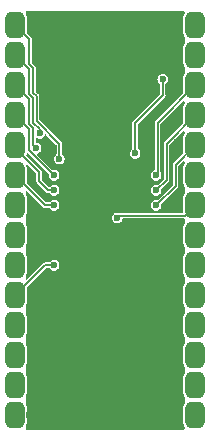
<source format=gbl>
G04 #@! TF.GenerationSoftware,KiCad,Pcbnew,7.0.1-0*
G04 #@! TF.CreationDate,2023-12-28T18:54:55-05:00*
G04 #@! TF.ProjectId,GW28R8128,47573238-5238-4313-9238-2e6b69636164,rev?*
G04 #@! TF.SameCoordinates,Original*
G04 #@! TF.FileFunction,Copper,L2,Bot*
G04 #@! TF.FilePolarity,Positive*
%FSLAX46Y46*%
G04 Gerber Fmt 4.6, Leading zero omitted, Abs format (unit mm)*
G04 Created by KiCad (PCBNEW 7.0.1-0) date 2023-12-28 18:54:55*
%MOMM*%
%LPD*%
G01*
G04 APERTURE LIST*
G04 Aperture macros list*
%AMRoundRect*
0 Rectangle with rounded corners*
0 $1 Rounding radius*
0 $2 $3 $4 $5 $6 $7 $8 $9 X,Y pos of 4 corners*
0 Add a 4 corners polygon primitive as box body*
4,1,4,$2,$3,$4,$5,$6,$7,$8,$9,$2,$3,0*
0 Add four circle primitives for the rounded corners*
1,1,$1+$1,$2,$3*
1,1,$1+$1,$4,$5*
1,1,$1+$1,$6,$7*
1,1,$1+$1,$8,$9*
0 Add four rect primitives between the rounded corners*
20,1,$1+$1,$2,$3,$4,$5,0*
20,1,$1+$1,$4,$5,$6,$7,0*
20,1,$1+$1,$6,$7,$8,$9,0*
20,1,$1+$1,$8,$9,$2,$3,0*%
G04 Aperture macros list end*
G04 #@! TA.AperFunction,ComponentPad*
%ADD10RoundRect,0.595000X-0.255000X-0.545000X0.255000X-0.545000X0.255000X0.545000X-0.255000X0.545000X0*%
G04 #@! TD*
G04 #@! TA.AperFunction,ViaPad*
%ADD11C,0.600000*%
G04 #@! TD*
G04 #@! TA.AperFunction,ViaPad*
%ADD12C,0.800000*%
G04 #@! TD*
G04 #@! TA.AperFunction,ViaPad*
%ADD13C,1.000000*%
G04 #@! TD*
G04 #@! TA.AperFunction,Conductor*
%ADD14C,0.152400*%
G04 #@! TD*
G04 #@! TA.AperFunction,Conductor*
%ADD15C,0.150000*%
G04 #@! TD*
G04 APERTURE END LIST*
D10*
X40640000Y-20320000D03*
X40640000Y-22860000D03*
X40640000Y-25400000D03*
X40640000Y-27940000D03*
X40640000Y-30480000D03*
X40640000Y-33020000D03*
X40640000Y-35560000D03*
X40640000Y-38100000D03*
X40640000Y-40640000D03*
X40640000Y-43180000D03*
X40640000Y-45720000D03*
X40640000Y-48260000D03*
X40640000Y-50800000D03*
X40640000Y-53340000D03*
X55880000Y-53340000D03*
X55880000Y-50800000D03*
X55880000Y-48260000D03*
X55880000Y-45720000D03*
X55880000Y-43180000D03*
X55880000Y-40640000D03*
X55880000Y-38100000D03*
X55880000Y-35560000D03*
X55880000Y-33020000D03*
X55880000Y-30480000D03*
X55880000Y-27940000D03*
X55880000Y-25400000D03*
X55880000Y-22860000D03*
X55880000Y-20320000D03*
D11*
X53975000Y-50165000D03*
X53975000Y-46355000D03*
X51435000Y-40640000D03*
X42291000Y-53340000D03*
X46990000Y-44958000D03*
X54356000Y-30226000D03*
X54356000Y-26098500D03*
X45974000Y-36258500D03*
X52070000Y-31242000D03*
D12*
X53149500Y-27178000D03*
D13*
X51870000Y-22020000D03*
X53213000Y-23177500D03*
D11*
X54356000Y-28194000D03*
X52070000Y-26105500D03*
X46101000Y-50038000D03*
D13*
X43878500Y-28448000D03*
D11*
X48260000Y-31242000D03*
X46990000Y-42418000D03*
X52070000Y-28702000D03*
D13*
X43878500Y-24638000D03*
D11*
X43942000Y-35560000D03*
X52578000Y-34290000D03*
X42418000Y-30734000D03*
X43942000Y-33020000D03*
X43942000Y-34290000D03*
X43942000Y-40640000D03*
X52578000Y-35560000D03*
X42735500Y-29464000D03*
X52578000Y-33020000D03*
X44386500Y-31623000D03*
X49276000Y-36639500D03*
X53149500Y-24892000D03*
X50800000Y-31178500D03*
D14*
X43180000Y-35560000D02*
X43942000Y-35560000D01*
X40640000Y-33020000D02*
X43180000Y-35560000D01*
X53467000Y-33401000D02*
X53467000Y-30353000D01*
X52578000Y-34290000D02*
X53467000Y-33401000D01*
X53467000Y-30353000D02*
X55880000Y-27940000D01*
D15*
X41846500Y-28702000D02*
X41846500Y-26606500D01*
X42418000Y-30734000D02*
X42164000Y-30480000D01*
X42164000Y-30480000D02*
X42164000Y-29019500D01*
X42164000Y-29019500D02*
X41846500Y-28702000D01*
X41846500Y-26606500D02*
X40640000Y-25400000D01*
D14*
X41846500Y-30924500D02*
X43942000Y-33020000D01*
X40640000Y-27940000D02*
X41846500Y-29146500D01*
X41846500Y-29146500D02*
X41846500Y-30924500D01*
X42672000Y-32766000D02*
X42672000Y-33528000D01*
X42672000Y-33528000D02*
X43434000Y-34290000D01*
X43434000Y-34290000D02*
X43942000Y-34290000D01*
X40640000Y-30480000D02*
X40640000Y-30734000D01*
X40640000Y-30734000D02*
X42672000Y-32766000D01*
X43942000Y-40640000D02*
X43180000Y-40640000D01*
X43180000Y-40640000D02*
X40640000Y-43180000D01*
X52578000Y-35560000D02*
X54229000Y-33909000D01*
X54229000Y-33909000D02*
X54229000Y-32131000D01*
X54229000Y-32131000D02*
X55880000Y-30480000D01*
D15*
X42735500Y-29464000D02*
X42735500Y-29146500D01*
X42735500Y-29146500D02*
X42164000Y-28575000D01*
X42164000Y-28575000D02*
X42164000Y-26479500D01*
X41846500Y-24066500D02*
X40640000Y-22860000D01*
X41846500Y-26162000D02*
X41846500Y-24066500D01*
X42164000Y-26479500D02*
X41846500Y-26162000D01*
D14*
X52705000Y-32893000D02*
X52705000Y-28575000D01*
X52578000Y-33020000D02*
X52705000Y-32893000D01*
X52705000Y-28575000D02*
X55880000Y-25400000D01*
D15*
X41846500Y-21526500D02*
X41846500Y-23622000D01*
X42481500Y-26352500D02*
X42481500Y-28448000D01*
X42164000Y-23939500D02*
X42164000Y-26035000D01*
X40640000Y-20320000D02*
X41846500Y-21526500D01*
X42164000Y-26035000D02*
X42481500Y-26352500D01*
X44386500Y-30353000D02*
X44386500Y-31623000D01*
X42481500Y-28448000D02*
X44386500Y-30353000D01*
X41846500Y-23622000D02*
X42164000Y-23939500D01*
D14*
X49466500Y-36449000D02*
X54991000Y-36449000D01*
X54991000Y-36449000D02*
X55880000Y-35560000D01*
X49276000Y-36639500D02*
X49466500Y-36449000D01*
D15*
X50800000Y-31178500D02*
X50800000Y-28606750D01*
X50800000Y-28606750D02*
X53149500Y-26257250D01*
X53149500Y-26257250D02*
X53149500Y-24892000D01*
G04 #@! TA.AperFunction,Conductor*
G36*
X54953400Y-19111375D02*
G01*
X54980925Y-19138900D01*
X54991000Y-19176500D01*
X54991000Y-19356910D01*
X54979804Y-19396388D01*
X54942558Y-19456771D01*
X54887565Y-19622730D01*
X54877100Y-19725171D01*
X54877100Y-20914829D01*
X54887565Y-21017269D01*
X54942558Y-21183228D01*
X54979804Y-21243612D01*
X54991000Y-21283090D01*
X54991000Y-21896910D01*
X54979804Y-21936388D01*
X54942558Y-21996771D01*
X54887565Y-22162730D01*
X54877100Y-22265171D01*
X54877100Y-23454829D01*
X54887565Y-23557269D01*
X54942558Y-23723228D01*
X54979804Y-23783612D01*
X54991000Y-23823090D01*
X54991000Y-24436910D01*
X54979804Y-24476388D01*
X54942558Y-24536771D01*
X54887565Y-24702730D01*
X54877100Y-24805171D01*
X54877100Y-25994830D01*
X54881261Y-26035562D01*
X54877300Y-26068409D01*
X54859624Y-26096377D01*
X52548631Y-28407370D01*
X52545778Y-28410079D01*
X52515514Y-28437330D01*
X52505447Y-28459938D01*
X52499821Y-28470299D01*
X52486338Y-28491064D01*
X52484986Y-28499597D01*
X52479414Y-28518409D01*
X52475900Y-28526303D01*
X52475900Y-28551054D01*
X52474974Y-28562819D01*
X52471102Y-28587257D01*
X52473338Y-28595599D01*
X52475900Y-28615062D01*
X52475900Y-32521665D01*
X52460901Y-32566730D01*
X52421887Y-32593819D01*
X52387921Y-32603792D01*
X52278365Y-32674199D01*
X52193078Y-32772626D01*
X52138977Y-32891089D01*
X52120443Y-33020000D01*
X52138977Y-33148910D01*
X52193078Y-33267373D01*
X52193079Y-33267374D01*
X52278364Y-33365799D01*
X52387924Y-33436208D01*
X52512883Y-33472900D01*
X52643116Y-33472900D01*
X52643117Y-33472900D01*
X52768076Y-33436208D01*
X52877636Y-33365799D01*
X52962921Y-33267374D01*
X53017023Y-33148909D01*
X53035557Y-33020000D01*
X53017023Y-32891091D01*
X53017022Y-32891088D01*
X52962922Y-32772626D01*
X52952468Y-32760562D01*
X52938841Y-32737596D01*
X52934100Y-32711316D01*
X52934100Y-28701044D01*
X52939824Y-28672266D01*
X52956126Y-28647870D01*
X54862626Y-26741371D01*
X54901129Y-26720790D01*
X54944578Y-26725069D01*
X54978327Y-26752766D01*
X54991000Y-26794545D01*
X54991000Y-26976910D01*
X54979804Y-27016388D01*
X54942558Y-27076771D01*
X54887565Y-27242730D01*
X54877100Y-27345171D01*
X54877100Y-28534830D01*
X54881261Y-28575562D01*
X54877300Y-28608409D01*
X54859624Y-28636377D01*
X53310631Y-30185370D01*
X53307778Y-30188079D01*
X53277514Y-30215330D01*
X53267447Y-30237938D01*
X53261821Y-30248299D01*
X53248338Y-30269064D01*
X53246986Y-30277597D01*
X53241414Y-30296409D01*
X53237900Y-30304303D01*
X53237900Y-30329054D01*
X53236974Y-30340819D01*
X53233102Y-30365257D01*
X53235338Y-30373599D01*
X53237900Y-30393062D01*
X53237900Y-33274955D01*
X53232176Y-33303733D01*
X53215874Y-33328130D01*
X52723973Y-33820028D01*
X52689397Y-33839717D01*
X52649615Y-33839007D01*
X52643120Y-33837100D01*
X52643117Y-33837100D01*
X52512883Y-33837100D01*
X52476192Y-33847873D01*
X52387925Y-33873791D01*
X52352214Y-33896741D01*
X52278364Y-33944201D01*
X52278363Y-33944201D01*
X52278363Y-33944202D01*
X52193078Y-34042626D01*
X52138977Y-34161089D01*
X52120443Y-34290000D01*
X52138977Y-34418910D01*
X52193078Y-34537373D01*
X52193079Y-34537374D01*
X52278364Y-34635799D01*
X52387924Y-34706208D01*
X52512883Y-34742900D01*
X52643116Y-34742900D01*
X52643117Y-34742900D01*
X52768076Y-34706208D01*
X52877636Y-34635799D01*
X52962921Y-34537374D01*
X53017023Y-34418909D01*
X53035557Y-34290000D01*
X53024124Y-34210482D01*
X53027207Y-34176036D01*
X53045383Y-34146612D01*
X53623383Y-33568612D01*
X53626199Y-33565939D01*
X53656486Y-33538670D01*
X53666550Y-33516063D01*
X53672175Y-33505702D01*
X53685662Y-33484936D01*
X53687013Y-33476400D01*
X53692589Y-33457580D01*
X53696100Y-33449697D01*
X53696100Y-33424947D01*
X53697026Y-33413183D01*
X53700897Y-33388741D01*
X53698662Y-33380399D01*
X53696100Y-33360936D01*
X53696100Y-30479044D01*
X53701824Y-30450266D01*
X53718126Y-30425870D01*
X54862626Y-29281370D01*
X54901129Y-29260789D01*
X54944578Y-29265068D01*
X54978327Y-29292765D01*
X54991000Y-29334544D01*
X54991000Y-29516910D01*
X54979804Y-29556388D01*
X54942558Y-29616771D01*
X54887565Y-29782730D01*
X54887564Y-29782732D01*
X54887565Y-29782732D01*
X54880360Y-29853262D01*
X54877100Y-29885171D01*
X54877100Y-31074830D01*
X54881261Y-31115562D01*
X54877300Y-31148409D01*
X54859624Y-31176377D01*
X54072631Y-31963370D01*
X54069778Y-31966079D01*
X54039514Y-31993330D01*
X54029447Y-32015938D01*
X54023821Y-32026299D01*
X54010338Y-32047064D01*
X54008986Y-32055597D01*
X54003414Y-32074409D01*
X53999900Y-32082303D01*
X53999900Y-32107054D01*
X53998974Y-32118819D01*
X53995102Y-32143257D01*
X53997338Y-32151599D01*
X53999900Y-32171062D01*
X53999900Y-33782956D01*
X53994176Y-33811734D01*
X53977874Y-33836130D01*
X52723974Y-35090027D01*
X52689399Y-35109717D01*
X52649617Y-35109008D01*
X52643118Y-35107100D01*
X52643117Y-35107100D01*
X52512883Y-35107100D01*
X52476191Y-35117873D01*
X52387925Y-35143791D01*
X52333144Y-35178996D01*
X52278364Y-35214201D01*
X52278363Y-35214201D01*
X52278363Y-35214202D01*
X52193078Y-35312626D01*
X52138977Y-35431089D01*
X52120443Y-35560000D01*
X52138977Y-35688910D01*
X52193078Y-35807373D01*
X52193079Y-35807374D01*
X52278364Y-35905799D01*
X52387924Y-35976208D01*
X52512883Y-36012900D01*
X52643116Y-36012900D01*
X52643117Y-36012900D01*
X52768076Y-35976208D01*
X52877636Y-35905799D01*
X52962921Y-35807374D01*
X53017023Y-35688909D01*
X53035557Y-35560000D01*
X53024124Y-35480481D01*
X53027207Y-35446035D01*
X53045383Y-35416611D01*
X54385373Y-34076621D01*
X54388189Y-34073948D01*
X54418486Y-34046670D01*
X54428554Y-34024056D01*
X54434183Y-34013691D01*
X54436319Y-34010402D01*
X54447662Y-33992936D01*
X54449013Y-33984400D01*
X54454589Y-33965580D01*
X54458100Y-33957697D01*
X54458100Y-33932947D01*
X54459026Y-33921183D01*
X54462897Y-33896741D01*
X54460662Y-33888399D01*
X54458100Y-33868936D01*
X54458100Y-32257044D01*
X54463824Y-32228266D01*
X54480126Y-32203870D01*
X54862626Y-31821370D01*
X54901129Y-31800789D01*
X54944578Y-31805068D01*
X54978327Y-31832765D01*
X54991000Y-31874544D01*
X54991000Y-32056910D01*
X54979804Y-32096386D01*
X54966272Y-32118326D01*
X54942558Y-32156771D01*
X54887565Y-32322730D01*
X54877100Y-32425171D01*
X54877100Y-33614829D01*
X54887565Y-33717269D01*
X54919653Y-33814104D01*
X54942558Y-33883228D01*
X54973225Y-33932947D01*
X54979804Y-33943612D01*
X54991000Y-33983090D01*
X54991000Y-34596910D01*
X54979804Y-34636388D01*
X54942558Y-34696771D01*
X54887565Y-34862730D01*
X54877100Y-34965171D01*
X54877101Y-36144700D01*
X54867026Y-36182300D01*
X54839501Y-36209825D01*
X54801901Y-36219900D01*
X49474470Y-36219900D01*
X49470534Y-36219797D01*
X49465788Y-36219548D01*
X49459415Y-36219214D01*
X49442167Y-36216271D01*
X49341117Y-36186600D01*
X49210883Y-36186600D01*
X49174191Y-36197373D01*
X49085925Y-36223291D01*
X49033056Y-36257268D01*
X48976364Y-36293701D01*
X48976363Y-36293701D01*
X48976363Y-36293702D01*
X48891078Y-36392126D01*
X48836977Y-36510589D01*
X48818443Y-36639499D01*
X48836977Y-36768410D01*
X48891078Y-36886873D01*
X48891079Y-36886874D01*
X48976364Y-36985299D01*
X49085924Y-37055708D01*
X49210883Y-37092400D01*
X49341116Y-37092400D01*
X49341117Y-37092400D01*
X49466076Y-37055708D01*
X49575636Y-36985299D01*
X49660921Y-36886874D01*
X49715023Y-36768409D01*
X49718734Y-36742596D01*
X49731913Y-36709679D01*
X49758710Y-36686460D01*
X49793169Y-36678100D01*
X54915800Y-36678100D01*
X54953400Y-36688175D01*
X54980925Y-36715700D01*
X54991000Y-36753300D01*
X54991000Y-37136910D01*
X54979804Y-37176388D01*
X54942558Y-37236771D01*
X54887565Y-37402730D01*
X54877100Y-37505171D01*
X54877100Y-38694829D01*
X54887565Y-38797269D01*
X54942558Y-38963228D01*
X54979804Y-39023612D01*
X54991000Y-39063090D01*
X54991000Y-39676910D01*
X54979804Y-39716388D01*
X54942558Y-39776771D01*
X54887565Y-39942730D01*
X54877100Y-40045171D01*
X54877100Y-41234829D01*
X54887565Y-41337269D01*
X54942558Y-41503228D01*
X54979804Y-41563612D01*
X54991000Y-41603090D01*
X54991000Y-42216910D01*
X54979804Y-42256388D01*
X54942558Y-42316771D01*
X54887565Y-42482730D01*
X54877100Y-42585171D01*
X54877100Y-43774829D01*
X54887565Y-43877269D01*
X54942558Y-44043228D01*
X54979804Y-44103612D01*
X54991000Y-44143090D01*
X54991000Y-44756910D01*
X54979804Y-44796388D01*
X54942558Y-44856771D01*
X54887565Y-45022730D01*
X54877100Y-45125171D01*
X54877100Y-46314829D01*
X54887565Y-46417269D01*
X54942558Y-46583228D01*
X54979804Y-46643612D01*
X54991000Y-46683090D01*
X54991000Y-47296910D01*
X54979804Y-47336388D01*
X54942558Y-47396771D01*
X54887565Y-47562730D01*
X54877100Y-47665171D01*
X54877100Y-48854829D01*
X54887565Y-48957269D01*
X54942558Y-49123228D01*
X54979804Y-49183612D01*
X54991000Y-49223090D01*
X54991000Y-49836910D01*
X54979804Y-49876388D01*
X54942558Y-49936771D01*
X54887565Y-50102730D01*
X54877100Y-50205171D01*
X54877100Y-51394829D01*
X54887565Y-51497269D01*
X54942558Y-51663228D01*
X54979804Y-51723612D01*
X54991000Y-51763090D01*
X54991000Y-52376910D01*
X54979804Y-52416386D01*
X54965521Y-52439542D01*
X54942558Y-52476771D01*
X54887565Y-52642730D01*
X54877100Y-52745171D01*
X54877100Y-53934829D01*
X54887555Y-54037167D01*
X54887565Y-54037268D01*
X54942558Y-54203228D01*
X54979216Y-54262660D01*
X54979804Y-54263612D01*
X54991000Y-54303090D01*
X54991000Y-54483500D01*
X54980925Y-54521100D01*
X54953400Y-54548625D01*
X54915800Y-54558700D01*
X41604200Y-54558700D01*
X41566600Y-54548625D01*
X41539075Y-54521100D01*
X41529000Y-54483500D01*
X41529000Y-54302138D01*
X41540196Y-54262660D01*
X41576985Y-54203015D01*
X41631941Y-54037167D01*
X41642400Y-53934798D01*
X41642400Y-53590000D01*
X41604200Y-53590000D01*
X41566600Y-53579925D01*
X41539075Y-53552400D01*
X41529000Y-53514800D01*
X41529000Y-53165200D01*
X41539075Y-53127600D01*
X41566600Y-53100075D01*
X41604200Y-53090000D01*
X41642400Y-53090000D01*
X41642400Y-52745202D01*
X41631941Y-52642832D01*
X41576985Y-52476984D01*
X41540196Y-52417340D01*
X41529000Y-52377862D01*
X41529000Y-51763090D01*
X41540196Y-51723612D01*
X41577442Y-51663228D01*
X41632435Y-51497268D01*
X41642900Y-51394833D01*
X41642899Y-50205168D01*
X41632435Y-50102732D01*
X41577442Y-49936772D01*
X41540195Y-49876386D01*
X41529000Y-49836910D01*
X41529000Y-49223090D01*
X41540196Y-49183612D01*
X41577442Y-49123228D01*
X41632435Y-48957268D01*
X41642900Y-48854833D01*
X41642899Y-47665168D01*
X41632435Y-47562732D01*
X41577442Y-47396772D01*
X41540195Y-47336386D01*
X41529000Y-47296910D01*
X41529000Y-46683090D01*
X41540196Y-46643612D01*
X41577442Y-46583228D01*
X41632435Y-46417268D01*
X41642900Y-46314833D01*
X41642899Y-45125168D01*
X41632435Y-45022732D01*
X41577442Y-44856772D01*
X41540195Y-44796386D01*
X41529000Y-44756910D01*
X41529000Y-44143090D01*
X41540196Y-44103612D01*
X41577442Y-44043228D01*
X41632435Y-43877268D01*
X41642900Y-43774833D01*
X41642899Y-42585168D01*
X41638737Y-42544433D01*
X41642698Y-42511589D01*
X41660372Y-42483622D01*
X43252869Y-40891126D01*
X43277266Y-40874824D01*
X43306044Y-40869100D01*
X43506902Y-40869100D01*
X43538141Y-40875896D01*
X43563733Y-40895054D01*
X43642364Y-40985799D01*
X43751924Y-41056208D01*
X43876883Y-41092900D01*
X44007116Y-41092900D01*
X44007117Y-41092900D01*
X44132076Y-41056208D01*
X44241636Y-40985799D01*
X44326921Y-40887374D01*
X44381023Y-40768909D01*
X44399557Y-40640000D01*
X44381023Y-40511091D01*
X44326921Y-40392626D01*
X44241636Y-40294201D01*
X44132076Y-40223792D01*
X44132075Y-40223791D01*
X44132074Y-40223791D01*
X44059060Y-40202352D01*
X44007117Y-40187100D01*
X43876883Y-40187100D01*
X43840192Y-40197873D01*
X43751925Y-40223791D01*
X43642363Y-40294201D01*
X43563735Y-40384945D01*
X43538141Y-40404104D01*
X43506902Y-40410900D01*
X43187959Y-40410900D01*
X43184024Y-40410797D01*
X43143361Y-40408666D01*
X43143360Y-40408666D01*
X43120248Y-40417536D01*
X43108945Y-40420884D01*
X43084733Y-40426031D01*
X43077746Y-40431107D01*
X43060501Y-40440471D01*
X43052435Y-40443567D01*
X43034929Y-40461072D01*
X43025961Y-40468731D01*
X43005941Y-40483276D01*
X43001624Y-40490755D01*
X42989674Y-40506327D01*
X41657374Y-41838629D01*
X41618871Y-41859210D01*
X41575422Y-41854931D01*
X41541673Y-41827234D01*
X41529000Y-41785455D01*
X41529000Y-41603090D01*
X41540196Y-41563612D01*
X41577442Y-41503228D01*
X41632435Y-41337268D01*
X41642900Y-41234833D01*
X41642899Y-40045168D01*
X41632435Y-39942732D01*
X41577442Y-39776772D01*
X41540195Y-39716386D01*
X41529000Y-39676910D01*
X41529000Y-39063090D01*
X41540196Y-39023612D01*
X41577442Y-38963228D01*
X41632435Y-38797268D01*
X41642900Y-38694833D01*
X41642899Y-37505168D01*
X41632435Y-37402732D01*
X41577442Y-37236772D01*
X41540195Y-37176386D01*
X41529000Y-37136910D01*
X41529000Y-36523090D01*
X41540196Y-36483612D01*
X41577442Y-36423228D01*
X41632435Y-36257268D01*
X41642900Y-36154833D01*
X41642899Y-34965168D01*
X41632435Y-34862732D01*
X41577442Y-34696772D01*
X41540195Y-34636386D01*
X41529000Y-34596910D01*
X41529000Y-34414544D01*
X41541673Y-34372765D01*
X41575422Y-34345068D01*
X41618871Y-34340789D01*
X41657374Y-34361370D01*
X43012359Y-35716355D01*
X43015069Y-35719210D01*
X43042330Y-35749486D01*
X43064946Y-35759555D01*
X43075302Y-35765179D01*
X43096063Y-35778661D01*
X43104586Y-35780011D01*
X43123411Y-35785586D01*
X43131303Y-35789100D01*
X43156060Y-35789100D01*
X43167822Y-35790025D01*
X43192258Y-35793896D01*
X43200595Y-35791662D01*
X43220057Y-35789100D01*
X43506902Y-35789100D01*
X43538141Y-35795896D01*
X43563733Y-35815054D01*
X43642364Y-35905799D01*
X43751924Y-35976208D01*
X43876883Y-36012900D01*
X44007116Y-36012900D01*
X44007117Y-36012900D01*
X44132076Y-35976208D01*
X44241636Y-35905799D01*
X44326921Y-35807374D01*
X44381023Y-35688909D01*
X44399557Y-35560000D01*
X44381023Y-35431091D01*
X44326921Y-35312626D01*
X44241636Y-35214201D01*
X44132076Y-35143792D01*
X44132075Y-35143791D01*
X44132074Y-35143791D01*
X44056424Y-35121578D01*
X44007117Y-35107100D01*
X43876883Y-35107100D01*
X43840191Y-35117873D01*
X43751925Y-35143791D01*
X43642363Y-35214201D01*
X43563735Y-35304945D01*
X43538141Y-35324104D01*
X43506902Y-35330900D01*
X43306045Y-35330900D01*
X43277267Y-35325176D01*
X43252871Y-35308874D01*
X41660375Y-33716378D01*
X41642699Y-33688409D01*
X41638739Y-33655560D01*
X41642900Y-33614833D01*
X41642899Y-32425168D01*
X41632435Y-32322732D01*
X41597290Y-32216670D01*
X41598008Y-32167298D01*
X41629195Y-32129014D01*
X41677403Y-32118326D01*
X41721847Y-32139844D01*
X42420874Y-32838871D01*
X42437176Y-32863267D01*
X42442900Y-32892045D01*
X42442900Y-33520041D01*
X42442797Y-33523976D01*
X42440666Y-33564639D01*
X42449533Y-33587740D01*
X42452883Y-33599050D01*
X42458030Y-33623263D01*
X42463108Y-33630253D01*
X42472472Y-33647500D01*
X42475567Y-33655563D01*
X42475568Y-33655564D01*
X42493069Y-33673065D01*
X42500728Y-33682032D01*
X42515278Y-33702059D01*
X42522756Y-33706376D01*
X42538331Y-33718327D01*
X43266368Y-34446365D01*
X43269079Y-34449221D01*
X43296328Y-34479485D01*
X43296329Y-34479485D01*
X43296330Y-34479486D01*
X43318940Y-34489552D01*
X43329302Y-34495179D01*
X43350064Y-34508662D01*
X43358593Y-34510013D01*
X43377416Y-34515588D01*
X43385303Y-34519100D01*
X43410053Y-34519100D01*
X43421817Y-34520026D01*
X43446258Y-34523897D01*
X43446258Y-34523896D01*
X43446259Y-34523897D01*
X43451158Y-34522584D01*
X43454601Y-34521662D01*
X43474064Y-34519100D01*
X43506902Y-34519100D01*
X43538141Y-34525896D01*
X43563733Y-34545054D01*
X43642364Y-34635799D01*
X43751924Y-34706208D01*
X43876883Y-34742900D01*
X44007116Y-34742900D01*
X44007117Y-34742900D01*
X44132076Y-34706208D01*
X44241636Y-34635799D01*
X44326921Y-34537374D01*
X44381023Y-34418909D01*
X44399557Y-34290000D01*
X44381023Y-34161091D01*
X44326921Y-34042626D01*
X44241636Y-33944201D01*
X44132076Y-33873792D01*
X44132075Y-33873791D01*
X44132074Y-33873791D01*
X44056424Y-33851578D01*
X44007117Y-33837100D01*
X43876883Y-33837100D01*
X43840192Y-33847873D01*
X43751925Y-33873791D01*
X43642360Y-33944203D01*
X43588404Y-34006473D01*
X43554469Y-34028857D01*
X43513843Y-34030308D01*
X43478398Y-34010402D01*
X42923126Y-33455129D01*
X42906824Y-33430733D01*
X42901100Y-33401955D01*
X42901100Y-32773959D01*
X42901203Y-32770024D01*
X42901699Y-32760562D01*
X42903334Y-32729361D01*
X42894463Y-32706253D01*
X42891114Y-32694944D01*
X42885969Y-32670735D01*
X42880891Y-32663746D01*
X42871526Y-32646497D01*
X42868432Y-32638436D01*
X42850925Y-32620929D01*
X42843267Y-32611962D01*
X42828722Y-32591942D01*
X42821239Y-32587621D01*
X42805669Y-32575673D01*
X41609191Y-31379194D01*
X41589192Y-31343362D01*
X41590982Y-31302367D01*
X41614597Y-31231100D01*
X41629637Y-31185710D01*
X41660308Y-31146138D01*
X41709025Y-31134591D01*
X41754194Y-31156190D01*
X43474613Y-32876609D01*
X43492790Y-32906034D01*
X43495874Y-32940483D01*
X43484443Y-33019998D01*
X43502977Y-33148910D01*
X43557078Y-33267373D01*
X43557079Y-33267374D01*
X43642364Y-33365799D01*
X43751924Y-33436208D01*
X43876883Y-33472900D01*
X44007116Y-33472900D01*
X44007117Y-33472900D01*
X44132076Y-33436208D01*
X44241636Y-33365799D01*
X44326921Y-33267374D01*
X44381023Y-33148909D01*
X44399557Y-33020000D01*
X44381023Y-32891091D01*
X44326921Y-32772626D01*
X44241636Y-32674201D01*
X44132076Y-32603792D01*
X44132075Y-32603791D01*
X44132074Y-32603791D01*
X44056424Y-32581578D01*
X44007117Y-32567100D01*
X43876883Y-32567100D01*
X43876882Y-32567100D01*
X43870383Y-32569008D01*
X43830600Y-32569718D01*
X43796024Y-32550028D01*
X42533916Y-31287919D01*
X42512231Y-31241893D01*
X42524813Y-31192595D01*
X42565904Y-31162591D01*
X42608076Y-31150208D01*
X42717636Y-31079799D01*
X42802921Y-30981374D01*
X42857023Y-30862909D01*
X42875557Y-30734000D01*
X42857023Y-30605091D01*
X42802921Y-30486626D01*
X42717636Y-30388201D01*
X42608076Y-30317792D01*
X42608075Y-30317791D01*
X42608074Y-30317791D01*
X42504463Y-30287368D01*
X42483117Y-30281100D01*
X42483116Y-30281100D01*
X42467100Y-30281100D01*
X42429500Y-30271025D01*
X42401975Y-30243500D01*
X42391900Y-30205900D01*
X42391900Y-29919263D01*
X42402427Y-29880891D01*
X42431060Y-29853262D01*
X42469784Y-29844111D01*
X42507754Y-29855999D01*
X42545424Y-29880208D01*
X42670383Y-29916900D01*
X42800616Y-29916900D01*
X42800617Y-29916900D01*
X42925576Y-29880208D01*
X43035136Y-29809799D01*
X43120421Y-29711374D01*
X43170157Y-29602468D01*
X43202522Y-29567706D01*
X43249263Y-29559273D01*
X43291735Y-29580534D01*
X44136574Y-30425374D01*
X44152876Y-30449770D01*
X44158600Y-30478548D01*
X44158600Y-31190037D01*
X44149401Y-31226077D01*
X44124056Y-31253299D01*
X44086864Y-31277201D01*
X44086863Y-31277201D01*
X44086863Y-31277202D01*
X44001578Y-31375626D01*
X43947477Y-31494089D01*
X43928943Y-31623000D01*
X43947477Y-31751910D01*
X44001578Y-31870373D01*
X44001579Y-31870374D01*
X44086864Y-31968799D01*
X44196424Y-32039208D01*
X44321383Y-32075900D01*
X44451616Y-32075900D01*
X44451617Y-32075900D01*
X44576576Y-32039208D01*
X44686136Y-31968799D01*
X44771421Y-31870374D01*
X44825523Y-31751909D01*
X44844057Y-31623000D01*
X44825523Y-31494091D01*
X44771421Y-31375626D01*
X44686136Y-31277201D01*
X44648943Y-31253299D01*
X44623599Y-31226077D01*
X44614400Y-31190037D01*
X44614400Y-31178500D01*
X50342443Y-31178500D01*
X50360977Y-31307410D01*
X50415078Y-31425873D01*
X50415079Y-31425874D01*
X50500364Y-31524299D01*
X50609924Y-31594708D01*
X50734883Y-31631400D01*
X50865116Y-31631400D01*
X50865117Y-31631400D01*
X50990076Y-31594708D01*
X51099636Y-31524299D01*
X51184921Y-31425874D01*
X51239023Y-31307409D01*
X51257557Y-31178500D01*
X51239023Y-31049591D01*
X51184921Y-30931126D01*
X51099636Y-30832701D01*
X51062443Y-30808799D01*
X51037099Y-30781577D01*
X51027900Y-30745537D01*
X51027900Y-28732297D01*
X51033624Y-28703519D01*
X51049926Y-28679123D01*
X51406597Y-28322452D01*
X53305058Y-26423990D01*
X53307874Y-26421316D01*
X53337994Y-26394199D01*
X53337995Y-26394197D01*
X53347997Y-26371732D01*
X53353630Y-26361358D01*
X53357431Y-26355503D01*
X53367016Y-26340746D01*
X53368352Y-26332309D01*
X53373928Y-26313489D01*
X53377400Y-26305692D01*
X53377400Y-26281103D01*
X53378326Y-26269338D01*
X53382172Y-26245056D01*
X53379962Y-26236808D01*
X53377400Y-26217345D01*
X53377400Y-25324963D01*
X53386599Y-25288923D01*
X53411943Y-25261700D01*
X53449136Y-25237799D01*
X53534421Y-25139374D01*
X53588523Y-25020909D01*
X53607057Y-24892000D01*
X53588523Y-24763091D01*
X53534421Y-24644626D01*
X53449136Y-24546201D01*
X53339576Y-24475792D01*
X53339575Y-24475791D01*
X53339574Y-24475791D01*
X53266560Y-24454352D01*
X53214617Y-24439100D01*
X53084383Y-24439100D01*
X53047691Y-24449873D01*
X52959425Y-24475791D01*
X52904643Y-24510996D01*
X52849864Y-24546201D01*
X52849863Y-24546201D01*
X52849863Y-24546202D01*
X52764578Y-24644626D01*
X52710477Y-24763089D01*
X52691943Y-24892000D01*
X52710477Y-25020910D01*
X52764578Y-25139373D01*
X52764579Y-25139374D01*
X52849864Y-25237799D01*
X52887056Y-25261700D01*
X52912401Y-25288923D01*
X52921600Y-25324963D01*
X52921600Y-26131703D01*
X52915876Y-26160481D01*
X52899574Y-26184877D01*
X50644456Y-28439992D01*
X50641602Y-28442702D01*
X50611505Y-28469801D01*
X50601506Y-28492260D01*
X50595878Y-28502625D01*
X50582483Y-28523252D01*
X50581148Y-28531685D01*
X50575574Y-28550504D01*
X50572100Y-28558307D01*
X50572100Y-28582902D01*
X50571174Y-28594666D01*
X50567328Y-28618943D01*
X50569538Y-28627189D01*
X50572100Y-28646652D01*
X50572100Y-30745537D01*
X50562901Y-30781577D01*
X50537556Y-30808799D01*
X50500364Y-30832701D01*
X50500363Y-30832701D01*
X50500363Y-30832702D01*
X50415078Y-30931126D01*
X50360977Y-31049589D01*
X50342443Y-31178500D01*
X44614400Y-31178500D01*
X44614400Y-30360936D01*
X44614503Y-30357000D01*
X44616623Y-30316551D01*
X44607810Y-30293595D01*
X44604457Y-30282275D01*
X44604207Y-30281100D01*
X44599348Y-30258234D01*
X44594328Y-30251325D01*
X44584963Y-30234075D01*
X44581902Y-30226102D01*
X44564518Y-30208718D01*
X44556855Y-30199747D01*
X44542401Y-30179854D01*
X44535003Y-30175582D01*
X44519433Y-30163634D01*
X42731426Y-28375626D01*
X42715124Y-28351230D01*
X42709400Y-28322452D01*
X42709400Y-26360436D01*
X42709503Y-26356500D01*
X42711623Y-26316051D01*
X42702810Y-26293095D01*
X42699457Y-26281775D01*
X42699314Y-26281103D01*
X42694348Y-26257734D01*
X42689328Y-26250825D01*
X42679963Y-26233575D01*
X42676903Y-26225605D01*
X42676903Y-26225604D01*
X42659512Y-26208213D01*
X42651854Y-26199246D01*
X42637401Y-26179354D01*
X42630009Y-26175086D01*
X42614434Y-26163135D01*
X42413925Y-25962625D01*
X42397624Y-25938229D01*
X42391900Y-25909451D01*
X42391900Y-23947436D01*
X42392003Y-23943500D01*
X42394123Y-23903051D01*
X42385310Y-23880095D01*
X42381957Y-23868775D01*
X42376848Y-23844734D01*
X42371828Y-23837825D01*
X42362463Y-23820575D01*
X42359403Y-23812605D01*
X42359403Y-23812604D01*
X42342012Y-23795213D01*
X42334354Y-23786246D01*
X42319901Y-23766354D01*
X42312509Y-23762086D01*
X42296934Y-23750135D01*
X42096425Y-23549625D01*
X42080124Y-23525229D01*
X42074400Y-23496451D01*
X42074400Y-21534436D01*
X42074503Y-21530500D01*
X42076623Y-21490052D01*
X42076622Y-21490051D01*
X42067808Y-21467089D01*
X42064458Y-21455778D01*
X42059348Y-21431736D01*
X42059348Y-21431734D01*
X42054330Y-21424827D01*
X42044964Y-21407576D01*
X42041903Y-21399602D01*
X42024513Y-21382212D01*
X42016849Y-21373240D01*
X42002401Y-21353354D01*
X41995006Y-21349084D01*
X41979434Y-21337134D01*
X41660218Y-21017918D01*
X41642542Y-20989949D01*
X41638581Y-20957104D01*
X41642900Y-20914833D01*
X41642899Y-19725168D01*
X41632435Y-19622732D01*
X41577442Y-19456772D01*
X41540195Y-19396386D01*
X41529000Y-19356910D01*
X41529000Y-19176500D01*
X41539075Y-19138900D01*
X41566600Y-19111375D01*
X41604200Y-19101300D01*
X54915800Y-19101300D01*
X54953400Y-19111375D01*
G37*
G04 #@! TD.AperFunction*
M02*

</source>
